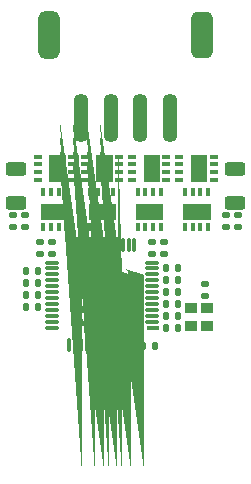
<source format=gbr>
%TF.GenerationSoftware,KiCad,Pcbnew,7.0.8-7.0.8~ubuntu22.04.1*%
%TF.CreationDate,2023-11-12T23:56:43-08:00*%
%TF.ProjectId,driver-tmc2160,64726976-6572-42d7-946d-63323136302e,rev?*%
%TF.SameCoordinates,Original*%
%TF.FileFunction,Paste,Top*%
%TF.FilePolarity,Positive*%
%FSLAX46Y46*%
G04 Gerber Fmt 4.6, Leading zero omitted, Abs format (unit mm)*
G04 Created by KiCad (PCBNEW 7.0.8-7.0.8~ubuntu22.04.1) date 2023-11-12 23:56:43*
%MOMM*%
%LPD*%
G01*
G04 APERTURE LIST*
G04 Aperture macros list*
%AMRoundRect*
0 Rectangle with rounded corners*
0 $1 Rounding radius*
0 $2 $3 $4 $5 $6 $7 $8 $9 X,Y pos of 4 corners*
0 Add a 4 corners polygon primitive as box body*
4,1,4,$2,$3,$4,$5,$6,$7,$8,$9,$2,$3,0*
0 Add four circle primitives for the rounded corners*
1,1,$1+$1,$2,$3*
1,1,$1+$1,$4,$5*
1,1,$1+$1,$6,$7*
1,1,$1+$1,$8,$9*
0 Add four rect primitives between the rounded corners*
20,1,$1+$1,$2,$3,$4,$5,0*
20,1,$1+$1,$4,$5,$6,$7,0*
20,1,$1+$1,$6,$7,$8,$9,0*
20,1,$1+$1,$8,$9,$2,$3,0*%
%AMFreePoly0*
4,1,57,0.310454,0.500914,0.314650,0.501215,0.316895,0.499988,0.322751,0.499147,0.347130,0.483479,0.372568,0.469589,0.469589,0.372568,0.482119,0.355828,0.485300,0.353073,0.486021,0.350617,0.489565,0.345883,0.495723,0.317573,0.503891,0.289756,0.503891,-0.289756,0.500914,-0.310455,0.501215,-0.314651,0.499988,-0.316896,0.499147,-0.322751,0.483480,-0.347128,0.469589,-0.372568,
0.372568,-0.469589,0.355826,-0.482121,0.353073,-0.485300,0.350618,-0.486020,0.345883,-0.489566,0.317566,-0.495725,0.289756,-0.503891,-0.289756,-0.503891,-0.310455,-0.500914,-0.314651,-0.501215,-0.316896,-0.499988,-0.322751,-0.499147,-0.347128,-0.483480,-0.372568,-0.469589,-0.469589,-0.372568,-0.482121,-0.355826,-0.485300,-0.353073,-0.486020,-0.350618,-0.489566,-0.345883,-0.495725,-0.317566,
-0.503891,-0.289756,-0.503891,0.289756,-0.500914,0.310454,-0.501215,0.314650,-0.499988,0.316895,-0.499147,0.322751,-0.483479,0.347130,-0.469589,0.372568,-0.372568,0.469589,-0.355828,0.482119,-0.353073,0.485300,-0.350617,0.486021,-0.345883,0.489565,-0.317573,0.495723,-0.289756,0.503891,0.289756,0.503891,0.310454,0.500914,0.310454,0.500914,$1*%
%AMFreePoly1*
4,1,18,-0.150000,0.475000,-0.144291,0.503701,-0.128033,0.528033,-0.103701,0.544291,-0.075000,0.550000,0.075000,0.550000,0.150000,0.475000,0.150000,-0.475000,0.144291,-0.503701,0.128033,-0.528033,0.103701,-0.544291,0.075000,-0.550000,-0.075000,-0.550000,-0.103701,-0.544291,-0.128033,-0.528033,-0.144291,-0.503701,-0.150000,-0.475000,-0.150000,0.475000,-0.150000,0.475000,$1*%
%AMFreePoly2*
4,1,18,-0.550000,0.075000,-0.544291,0.103701,-0.528033,0.128033,-0.503701,0.144291,-0.475000,0.150000,0.475000,0.150000,0.503701,0.144291,0.528033,0.128033,0.544291,0.103701,0.550000,0.075000,0.550000,-0.075000,0.544291,-0.103701,0.528033,-0.128033,0.503701,-0.144291,0.475000,-0.150000,-0.475000,-0.150000,-0.550000,-0.075000,-0.550000,0.075000,-0.550000,0.075000,$1*%
G04 Aperture macros list end*
%ADD10C,0.100000*%
%ADD11RoundRect,0.500000X0.125000X1.500000X-0.125000X1.500000X-0.125000X-1.500000X0.125000X-1.500000X0*%
%ADD12RoundRect,0.500000X0.400000X1.500000X-0.400000X1.500000X-0.400000X-1.500000X0.400000X-1.500000X0*%
%ADD13RoundRect,0.450000X0.450000X1.500000X-0.450000X1.500000X-0.450000X-1.500000X0.450000X-1.500000X0*%
%ADD14RoundRect,0.100000X-0.175000X-0.200000X0.175000X-0.200000X0.175000X0.200000X-0.175000X0.200000X0*%
%ADD15RoundRect,0.050000X-0.250000X0.150000X-0.250000X-0.150000X0.250000X-0.150000X0.250000X0.150000X0*%
%ADD16RoundRect,0.100000X-0.400000X0.350000X-0.400000X-0.350000X0.400000X-0.350000X0.400000X0.350000X0*%
%ADD17RoundRect,0.100000X-0.200000X0.175000X-0.200000X-0.175000X0.200000X-0.175000X0.200000X0.175000X0*%
%ADD18RoundRect,0.100000X0.175000X0.200000X-0.175000X0.200000X-0.175000X-0.200000X0.175000X-0.200000X0*%
%ADD19RoundRect,0.100000X0.200000X-0.175000X0.200000X0.175000X-0.200000X0.175000X-0.200000X-0.175000X0*%
%ADD20RoundRect,0.050000X0.150000X0.250000X-0.150000X0.250000X-0.150000X-0.250000X0.150000X-0.250000X0*%
%ADD21FreePoly0,0.000000*%
%ADD22RoundRect,0.075000X-0.525000X-0.075000X0.525000X-0.075000X0.525000X0.075000X-0.525000X0.075000X0*%
%ADD23RoundRect,0.075000X-0.075000X-0.525000X0.075000X-0.525000X0.075000X0.525000X-0.075000X0.525000X0*%
%ADD24FreePoly1,0.000000*%
%ADD25FreePoly2,0.000000*%
%ADD26RoundRect,0.250000X-0.625000X0.312500X-0.625000X-0.312500X0.625000X-0.312500X0.625000X0.312500X0*%
G04 APERTURE END LIST*
D10*
%TO.C,Q8*%
X141850000Y-68375000D02*
X140525000Y-68375000D01*
X140525000Y-68375000D02*
X140525000Y-70625000D01*
X140525000Y-70625000D02*
X141850000Y-70625000D01*
X141850000Y-70625000D02*
X141850000Y-68375000D01*
G36*
X141850000Y-68375000D02*
G01*
X140525000Y-68375000D01*
X140525000Y-70625000D01*
X141850000Y-70625000D01*
X141850000Y-68375000D01*
G37*
%TO.C,Q4*%
X133850000Y-68375000D02*
X132525000Y-68375000D01*
X132525000Y-68375000D02*
X132525000Y-70625000D01*
X132525000Y-70625000D02*
X133850000Y-70625000D01*
X133850000Y-70625000D02*
X133850000Y-68375000D01*
G36*
X133850000Y-68375000D02*
G01*
X132525000Y-68375000D01*
X132525000Y-70625000D01*
X133850000Y-70625000D01*
X133850000Y-68375000D01*
G37*
%TO.C,Q5*%
X138125000Y-73850000D02*
X135875000Y-73850000D01*
X135875000Y-73850000D02*
X135875000Y-72525000D01*
X135875000Y-72525000D02*
X138125000Y-72525000D01*
X138125000Y-72525000D02*
X138125000Y-73850000D01*
G36*
X138125000Y-73850000D02*
G01*
X135875000Y-73850000D01*
X135875000Y-72525000D01*
X138125000Y-72525000D01*
X138125000Y-73850000D01*
G37*
%TO.C,Q1*%
X130125000Y-73850000D02*
X127875000Y-73850000D01*
X127875000Y-73850000D02*
X127875000Y-72525000D01*
X127875000Y-72525000D02*
X130125000Y-72525000D01*
X130125000Y-72525000D02*
X130125000Y-73850000D01*
G36*
X130125000Y-73850000D02*
G01*
X127875000Y-73850000D01*
X127875000Y-72525000D01*
X130125000Y-72525000D01*
X130125000Y-73850000D01*
G37*
%TO.C,Q2*%
X129850000Y-68375000D02*
X128525000Y-68375000D01*
X128525000Y-68375000D02*
X128525000Y-70625000D01*
X128525000Y-70625000D02*
X129850000Y-70625000D01*
X129850000Y-70625000D02*
X129850000Y-68375000D01*
G36*
X129850000Y-68375000D02*
G01*
X128525000Y-68375000D01*
X128525000Y-70625000D01*
X129850000Y-70625000D01*
X129850000Y-68375000D01*
G37*
%TO.C,Q3*%
X134125000Y-73850000D02*
X131875000Y-73850000D01*
X131875000Y-73850000D02*
X131875000Y-72525000D01*
X131875000Y-72525000D02*
X134125000Y-72525000D01*
X134125000Y-72525000D02*
X134125000Y-73850000D01*
G36*
X134125000Y-73850000D02*
G01*
X131875000Y-73850000D01*
X131875000Y-72525000D01*
X134125000Y-72525000D01*
X134125000Y-73850000D01*
G37*
%TO.C,Q7*%
X142125000Y-73850000D02*
X139875000Y-73850000D01*
X139875000Y-73850000D02*
X139875000Y-72525000D01*
X139875000Y-72525000D02*
X142125000Y-72525000D01*
X142125000Y-72525000D02*
X142125000Y-73850000D01*
G36*
X142125000Y-73850000D02*
G01*
X139875000Y-73850000D01*
X139875000Y-72525000D01*
X142125000Y-72525000D01*
X142125000Y-73850000D01*
G37*
%TO.C,Q6*%
X137850000Y-68375000D02*
X136525000Y-68375000D01*
X136525000Y-68375000D02*
X136525000Y-70625000D01*
X136525000Y-70625000D02*
X137850000Y-70625000D01*
X137850000Y-70625000D02*
X137850000Y-68375000D01*
G36*
X137850000Y-68375000D02*
G01*
X136525000Y-68375000D01*
X136525000Y-70625000D01*
X137850000Y-70625000D01*
X137850000Y-68375000D01*
G37*
%TD*%
D11*
%TO.C,M1*%
X138750000Y-65250000D03*
X136250000Y-65250000D03*
X133750000Y-65250000D03*
X131250000Y-65250000D03*
D12*
X128500000Y-58250000D03*
D13*
X141500000Y-58250000D03*
%TD*%
D14*
%TO.C,C7*%
X138400000Y-79000000D03*
X139400000Y-79000000D03*
%TD*%
D15*
%TO.C,Q8*%
X139550000Y-68525000D03*
X139550000Y-69175000D03*
X139550000Y-69825000D03*
X139550000Y-70475000D03*
X142450000Y-70475000D03*
X142450000Y-69825000D03*
X142450000Y-69175000D03*
X142450000Y-68525000D03*
%TD*%
%TO.C,Q4*%
X131550000Y-68525000D03*
X131550000Y-69175000D03*
X131550000Y-69825000D03*
X131550000Y-70475000D03*
X134450000Y-70475000D03*
X134450000Y-69825000D03*
X134450000Y-69175000D03*
X134450000Y-68525000D03*
%TD*%
D16*
%TO.C,D1*%
X140500000Y-82850000D03*
X140500000Y-81350000D03*
%TD*%
D17*
%TO.C,R12*%
X144500000Y-73500000D03*
X144500000Y-74500000D03*
%TD*%
D18*
%TO.C,C5*%
X139400000Y-81000000D03*
X138400000Y-81000000D03*
%TD*%
D17*
%TO.C,R8*%
X126500000Y-73500000D03*
X126500000Y-74500000D03*
%TD*%
D19*
%TO.C,C8*%
X127750000Y-76750000D03*
X127750000Y-75750000D03*
%TD*%
D20*
%TO.C,Q5*%
X137975000Y-71550000D03*
X137325000Y-71550000D03*
X136675000Y-71550000D03*
X136025000Y-71550000D03*
X136025000Y-74450000D03*
X136675000Y-74450000D03*
X137325000Y-74450000D03*
X137975000Y-74450000D03*
%TD*%
%TO.C,Q1*%
X129975000Y-71550000D03*
X129325000Y-71550000D03*
X128675000Y-71550000D03*
X128025000Y-71550000D03*
X128025000Y-74450000D03*
X128675000Y-74450000D03*
X129325000Y-74450000D03*
X129975000Y-74450000D03*
%TD*%
D17*
%TO.C,R9*%
X125500000Y-73500000D03*
X125500000Y-74500000D03*
%TD*%
D14*
%TO.C,C2*%
X138400000Y-80000000D03*
X139400000Y-80000000D03*
%TD*%
D18*
%TO.C,R4*%
X127550000Y-80250000D03*
X126550000Y-80250000D03*
%TD*%
%TO.C,C6*%
X127550000Y-78250000D03*
X126550000Y-78250000D03*
%TD*%
%TO.C,R3*%
X127550000Y-81250000D03*
X126550000Y-81250000D03*
%TD*%
D14*
%TO.C,C4*%
X126550000Y-79250000D03*
X127550000Y-79250000D03*
%TD*%
D19*
%TO.C,C11*%
X138250000Y-76750000D03*
X138250000Y-75750000D03*
%TD*%
D15*
%TO.C,Q2*%
X127550000Y-68525000D03*
X127550000Y-69175000D03*
X127550000Y-69825000D03*
X127550000Y-70475000D03*
X130450000Y-70475000D03*
X130450000Y-69825000D03*
X130450000Y-69175000D03*
X130450000Y-68525000D03*
%TD*%
D16*
%TO.C,D2*%
X141900000Y-81350000D03*
X141900000Y-82850000D03*
%TD*%
D19*
%TO.C,R16*%
X141700000Y-80300000D03*
X141700000Y-79300000D03*
%TD*%
D21*
%TO.C,U1*%
X131312500Y-78562500D03*
X131312500Y-79687500D03*
X131312500Y-80812500D03*
X131312500Y-81937500D03*
X132437500Y-78562500D03*
X132437500Y-79687500D03*
X132437500Y-80812500D03*
X132437500Y-81937500D03*
X133562500Y-78562500D03*
X133562500Y-79687500D03*
X133562500Y-80812500D03*
X133562500Y-81937500D03*
X134687500Y-78562500D03*
X134687500Y-79687500D03*
X134687500Y-80812500D03*
X134687500Y-81937500D03*
D22*
X128750000Y-77500000D03*
X128750000Y-78000000D03*
X128750000Y-78500000D03*
X128750000Y-79000000D03*
X128750000Y-79500000D03*
X128750000Y-80000000D03*
X128750000Y-80500000D03*
X128750000Y-81000000D03*
X128750000Y-81500000D03*
X128750000Y-82000000D03*
X128750000Y-82500000D03*
X128750000Y-83000000D03*
D23*
X130250000Y-84500000D03*
X130750000Y-84500000D03*
X131250000Y-84500000D03*
X131750000Y-84500000D03*
X132250000Y-84500000D03*
X132750000Y-84500000D03*
X133250000Y-84500000D03*
X133750000Y-84500000D03*
X134250000Y-84500000D03*
X134750000Y-84500000D03*
X135250000Y-84500000D03*
D24*
X135750000Y-84550000D03*
D25*
X137300000Y-83000000D03*
D22*
X137250000Y-82500000D03*
X137250000Y-82000000D03*
X137250000Y-81500000D03*
X137250000Y-81000000D03*
X137250000Y-80500000D03*
X137250000Y-80000000D03*
X137250000Y-79500000D03*
X137250000Y-79000000D03*
X137250000Y-78500000D03*
X137250000Y-78000000D03*
X137250000Y-77500000D03*
D23*
X135750000Y-76000000D03*
X135250000Y-76000000D03*
X134750000Y-76000000D03*
X134250000Y-76000000D03*
X133750000Y-76000000D03*
X133250000Y-76000000D03*
X132750000Y-76000000D03*
X132250000Y-76000000D03*
X131750000Y-76000000D03*
X131250000Y-76000000D03*
X130750000Y-76000000D03*
X130250000Y-76000000D03*
%TD*%
D19*
%TO.C,C9*%
X128750000Y-76750000D03*
X128750000Y-75750000D03*
%TD*%
D20*
%TO.C,Q3*%
X133975000Y-71550000D03*
X133325000Y-71550000D03*
X132675000Y-71550000D03*
X132025000Y-71550000D03*
X132025000Y-74450000D03*
X132675000Y-74450000D03*
X133325000Y-74450000D03*
X133975000Y-74450000D03*
%TD*%
D17*
%TO.C,R11*%
X143500000Y-73500000D03*
X143500000Y-74500000D03*
%TD*%
D20*
%TO.C,Q7*%
X141975000Y-71550000D03*
X141325000Y-71550000D03*
X140675000Y-71550000D03*
X140025000Y-71550000D03*
X140025000Y-74450000D03*
X140675000Y-74450000D03*
X141325000Y-74450000D03*
X141975000Y-74450000D03*
%TD*%
D26*
%TO.C,R13*%
X144250000Y-69537500D03*
X144250000Y-72462500D03*
%TD*%
D15*
%TO.C,Q6*%
X135550000Y-68525000D03*
X135550000Y-69175000D03*
X135550000Y-69825000D03*
X135550000Y-70475000D03*
X138450000Y-70475000D03*
X138450000Y-69825000D03*
X138450000Y-69175000D03*
X138450000Y-68525000D03*
%TD*%
D18*
%TO.C,C3*%
X137500000Y-84550000D03*
X136500000Y-84550000D03*
%TD*%
%TO.C,R1*%
X139400000Y-82000000D03*
X138400000Y-82000000D03*
%TD*%
D19*
%TO.C,C10*%
X137250000Y-76750000D03*
X137250000Y-75750000D03*
%TD*%
D18*
%TO.C,R2*%
X139400000Y-83000000D03*
X138400000Y-83000000D03*
%TD*%
D26*
%TO.C,R10*%
X125750000Y-69537500D03*
X125750000Y-72462500D03*
%TD*%
D14*
%TO.C,C1*%
X138400000Y-78000000D03*
X139400000Y-78000000D03*
%TD*%
M02*

</source>
